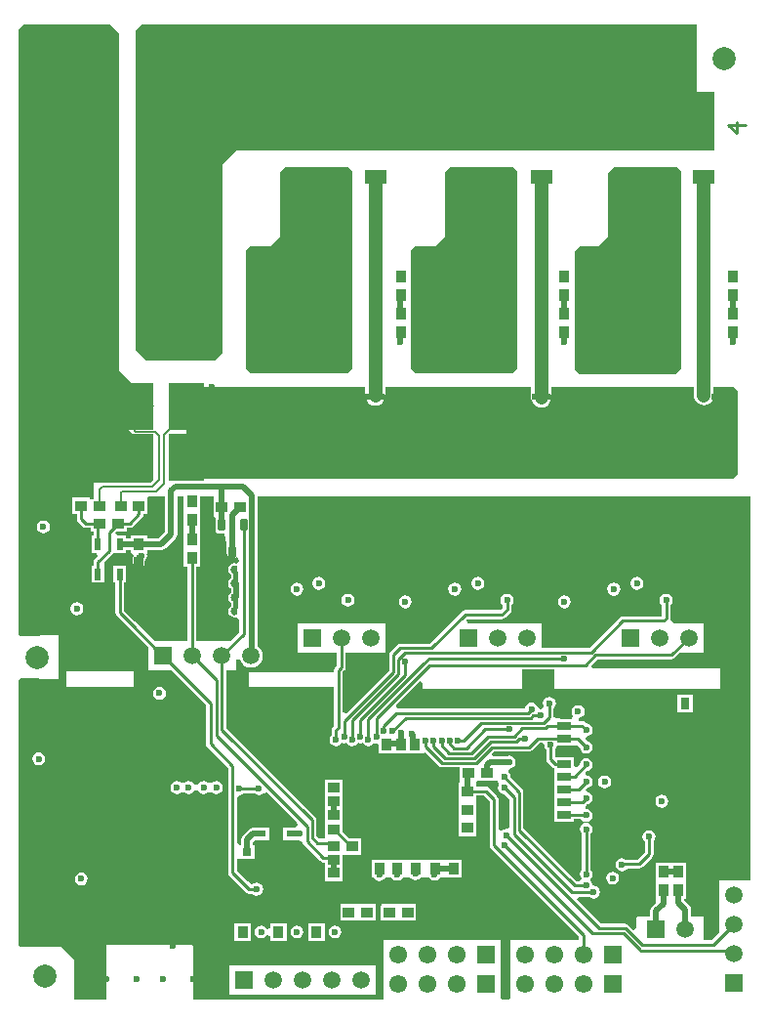
<source format=gbl>
%FSLAX44Y44*%
%MOMM*%
G71*
G01*
G75*
G04 Layer_Physical_Order=4*
G04 Layer_Color=16711680*
%ADD10R,1.0000X0.9500*%
%ADD11R,1.6002X1.2700*%
%ADD12R,2.2000X1.1000*%
%ADD13R,0.9500X1.0000*%
%ADD14R,0.6500X0.4000*%
%ADD15O,0.6000X1.9000*%
%ADD16R,2.2000X1.4000*%
%ADD17R,0.9000X1.4000*%
%ADD18R,1.0000X0.4000*%
%ADD19R,0.8000X0.8000*%
%ADD20R,0.4000X1.4000*%
%ADD21R,2.3000X1.9000*%
%ADD22R,1.8000X1.9000*%
%ADD23R,1.1500X1.4000*%
%ADD24R,0.6000X1.2000*%
%ADD25R,0.8000X0.6000*%
%ADD26R,0.6000X0.8000*%
%ADD27R,0.5000X0.6000*%
%ADD28R,1.6000X3.9000*%
%ADD29R,2.1000X5.8000*%
%ADD30R,1.0000X0.6000*%
G04:AMPARAMS|DCode=31|XSize=1.05mm|YSize=3.82mm|CornerRadius=0.0525mm|HoleSize=0mm|Usage=FLASHONLY|Rotation=180.000|XOffset=0mm|YOffset=0mm|HoleType=Round|Shape=RoundedRectangle|*
%AMROUNDEDRECTD31*
21,1,1.0500,3.7150,0,0,180.0*
21,1,0.9450,3.8200,0,0,180.0*
1,1,0.1050,-0.4725,1.8575*
1,1,0.1050,0.4725,1.8575*
1,1,0.1050,0.4725,-1.8575*
1,1,0.1050,-0.4725,-1.8575*
%
%ADD31ROUNDEDRECTD31*%
G04:AMPARAMS|DCode=32|XSize=7.48mm|YSize=8.55mm|CornerRadius=0.0374mm|HoleSize=0mm|Usage=FLASHONLY|Rotation=90.000|XOffset=0mm|YOffset=0mm|HoleType=Round|Shape=RoundedRectangle|*
%AMROUNDEDRECTD32*
21,1,7.4800,8.4752,0,0,90.0*
21,1,7.4052,8.5500,0,0,90.0*
1,1,0.0748,4.2376,3.7026*
1,1,0.0748,4.2376,-3.7026*
1,1,0.0748,-4.2376,-3.7026*
1,1,0.0748,-4.2376,3.7026*
%
%ADD32ROUNDEDRECTD32*%
G04:AMPARAMS|DCode=33|XSize=0.6mm|YSize=1mm|CornerRadius=0.15mm|HoleSize=0mm|Usage=FLASHONLY|Rotation=90.000|XOffset=0mm|YOffset=0mm|HoleType=Round|Shape=RoundedRectangle|*
%AMROUNDEDRECTD33*
21,1,0.6000,0.7000,0,0,90.0*
21,1,0.3000,1.0000,0,0,90.0*
1,1,0.3000,0.3500,0.1500*
1,1,0.3000,0.3500,-0.1500*
1,1,0.3000,-0.3500,-0.1500*
1,1,0.3000,-0.3500,0.1500*
%
%ADD33ROUNDEDRECTD33*%
%ADD34R,1.8500X1.3000*%
%ADD35R,1.3000X1.8500*%
%ADD36O,1.6500X0.3000*%
%ADD37O,0.3000X1.6500*%
%ADD38R,7.0000X7.0000*%
%ADD39C,0.2500*%
%ADD40C,0.5000*%
%ADD41C,0.8000*%
%ADD42C,0.3500*%
%ADD43C,1.2000*%
%ADD44C,0.2540*%
%ADD45C,0.2032*%
%ADD46C,0.4000*%
%ADD47C,0.6000*%
%ADD48C,1.0000*%
%ADD49C,0.7500*%
%ADD50C,0.7620*%
%ADD51C,1.1000*%
%ADD52C,1.0160*%
%ADD53R,1.5500X1.5500*%
%ADD54C,1.5500*%
%ADD55C,1.5000*%
%ADD56R,1.5000X1.5000*%
%ADD57C,0.7000*%
%ADD58R,0.7000X0.7000*%
%ADD59R,1.5000X1.5000*%
%ADD60C,2.0000*%
G04:AMPARAMS|DCode=61|XSize=1.55mm|YSize=1.55mm|CornerRadius=0.0465mm|HoleSize=0mm|Usage=FLASHONLY|Rotation=180.000|XOffset=0mm|YOffset=0mm|HoleType=Round|Shape=RoundedRectangle|*
%AMROUNDEDRECTD61*
21,1,1.5500,1.4570,0,0,180.0*
21,1,1.4570,1.5500,0,0,180.0*
1,1,0.0930,-0.7285,0.7285*
1,1,0.0930,0.7285,0.7285*
1,1,0.0930,0.7285,-0.7285*
1,1,0.0930,-0.7285,-0.7285*
%
%ADD61ROUNDEDRECTD61*%
%ADD62C,0.6000*%
%ADD63C,5.0000*%
%ADD64R,1.9000X1.3000*%
%ADD65R,2.8000X1.0000*%
%ADD66R,0.8000X1.0000*%
%ADD67R,1.2000X0.7000*%
%ADD68R,1.2000X1.0000*%
%ADD69R,0.6000X1.0000*%
G04:AMPARAMS|DCode=70|XSize=0.6mm|YSize=1mm|CornerRadius=0.051mm|HoleSize=0mm|Usage=FLASHONLY|Rotation=180.000|XOffset=0mm|YOffset=0mm|HoleType=Round|Shape=RoundedRectangle|*
%AMROUNDEDRECTD70*
21,1,0.6000,0.8980,0,0,180.0*
21,1,0.4980,1.0000,0,0,180.0*
1,1,0.1020,-0.2490,0.4490*
1,1,0.1020,0.2490,0.4490*
1,1,0.1020,0.2490,-0.4490*
1,1,0.1020,-0.2490,-0.4490*
%
%ADD70ROUNDEDRECTD70*%
G04:AMPARAMS|DCode=71|XSize=3.1mm|YSize=4mm|CornerRadius=0.0465mm|HoleSize=0mm|Usage=FLASHONLY|Rotation=180.000|XOffset=0mm|YOffset=0mm|HoleType=Round|Shape=RoundedRectangle|*
%AMROUNDEDRECTD71*
21,1,3.1000,3.9070,0,0,180.0*
21,1,3.0070,4.0000,0,0,180.0*
1,1,0.0930,-1.5035,1.9535*
1,1,0.0930,1.5035,1.9535*
1,1,0.0930,1.5035,-1.9535*
1,1,0.0930,-1.5035,-1.9535*
%
%ADD71ROUNDEDRECTD71*%
%ADD72R,2.1590X2.7430*%
G36*
X743654Y913089D02*
X743654D01*
Y898589D01*
X743697D01*
X745600Y896270D01*
X745402Y895272D01*
Y886292D01*
X745635Y885118D01*
X746301Y884122D01*
X747296Y883457D01*
X748471Y883223D01*
X753450D01*
X755363Y873610D01*
Y866782D01*
X755751Y864831D01*
X756856Y863177D01*
X758510Y862072D01*
X760461Y861684D01*
X762411Y862072D01*
X763491Y862794D01*
X764865Y862059D01*
X765594Y859149D01*
X765027Y858301D01*
X763818Y857309D01*
X762154Y857640D01*
X760008Y857213D01*
X758189Y855997D01*
X756973Y854178D01*
X756546Y852032D01*
X756973Y849886D01*
X758189Y848067D01*
X758989Y847532D01*
Y844532D01*
X758189Y843997D01*
X756973Y842178D01*
X756546Y840032D01*
X756973Y837886D01*
X758189Y836067D01*
X758989Y835532D01*
Y832532D01*
X758189Y831997D01*
X756973Y830178D01*
X756546Y828032D01*
X756973Y825886D01*
X758189Y824067D01*
X758989Y823532D01*
Y820532D01*
X758189Y819997D01*
X756973Y818178D01*
X756546Y816032D01*
X756973Y813886D01*
X758189Y812067D01*
X760008Y810851D01*
X762154Y810424D01*
X763818Y810755D01*
X765027Y809763D01*
X766137Y808102D01*
Y797622D01*
X758249Y789734D01*
X728977D01*
Y854532D01*
X732404D01*
Y868411D01*
X732404Y868411D01*
D01*
D01*
X732404Y869532D01*
Y869650D01*
Y870032D01*
X732404Y870532D01*
X732404Y871653D01*
X732404Y871653D01*
X732404D01*
Y885532D01*
D01*
Y885532D01*
X732404Y885532D01*
Y887532D01*
X732404D01*
Y901411D01*
X732404Y901411D01*
D01*
D01*
X732404Y902532D01*
Y902650D01*
Y903032D01*
X732404Y903532D01*
X732404Y904653D01*
X732404Y904653D01*
X732404D01*
Y915396D01*
X743654D01*
Y913089D01*
D02*
G37*
G36*
X654203Y1324032D02*
X661545Y1316606D01*
X661554Y1316597D01*
Y1024379D01*
Y1024278D01*
X691960Y993528D01*
X691754Y993320D01*
Y974899D01*
X677955D01*
X676029Y976825D01*
X674866Y977602D01*
X673494Y977875D01*
X672122Y977602D01*
X670959Y976825D01*
X670182Y975662D01*
X669909Y974290D01*
X670182Y972919D01*
X670959Y971756D01*
X673936Y968779D01*
X675099Y968002D01*
X676470Y967729D01*
X691754D01*
Y929976D01*
X688889Y927111D01*
X647648D01*
X647244Y927031D01*
X640153D01*
Y912932D01*
X636653D01*
Y914281D01*
X621653D01*
Y912932D01*
Y899781D01*
X625330D01*
Y896032D01*
X625330Y896032D01*
X625330D01*
X625620Y894568D01*
X626449Y893328D01*
X630450Y889327D01*
X631691Y888498D01*
X633154Y888207D01*
X637653D01*
Y884781D01*
X639829D01*
Y881531D01*
X638153D01*
Y866531D01*
X642326D01*
X643474Y863759D01*
X640949Y861234D01*
X640120Y859994D01*
X639829Y858531D01*
Y855531D01*
X638153D01*
Y840531D01*
X649153D01*
Y855531D01*
X649153D01*
X649153Y858624D01*
X655856Y865327D01*
X656685Y866567D01*
D01*
X656697Y866575D01*
X657153Y866531D01*
X657153Y866531D01*
X664518Y866531D01*
X664518Y866531D01*
Y866531D01*
X668153D01*
Y868933D01*
X671903D01*
Y866531D01*
X673131D01*
X674545Y863885D01*
X674443Y863732D01*
X674055Y861781D01*
Y858031D01*
X674443Y856080D01*
X675548Y854426D01*
X677202Y853321D01*
X679153Y852933D01*
X681104Y853321D01*
X682758Y854426D01*
X683863Y856080D01*
X684251Y858031D01*
Y859669D01*
X684759Y860177D01*
X685864Y861831D01*
X686252Y863782D01*
X685864Y865733D01*
X686290Y866531D01*
X686403D01*
Y868933D01*
X698615D01*
X700566Y869321D01*
X702220Y870426D01*
X710759Y878964D01*
X711864Y880618D01*
X712252Y882569D01*
Y915396D01*
X717904D01*
Y904653D01*
X717904Y904653D01*
X717904D01*
X717904Y903532D01*
Y902532D01*
D01*
D01*
D01*
X717904D01*
D01*
Y887532D01*
X717904Y887532D01*
X717904Y885532D01*
X717904D01*
Y871653D01*
X717904Y871653D01*
X717904D01*
X717904Y870532D01*
Y869532D01*
D01*
D01*
X717904D01*
Y854532D01*
X721331D01*
Y789734D01*
X692859D01*
X675358Y807236D01*
X666476Y816117D01*
Y840531D01*
X668153D01*
Y855531D01*
X657153D01*
Y840531D01*
X658829D01*
Y814533D01*
X658829Y814533D01*
X658829D01*
X659120Y813070D01*
X659949Y811830D01*
X669950Y801828D01*
X687454Y784325D01*
Y764332D01*
X707447D01*
X737331Y734448D01*
Y701060D01*
X737330Y701060D01*
X737331D01*
X737622Y699597D01*
X738450Y698356D01*
X756637Y680170D01*
Y589032D01*
X756637Y589032D01*
X756637D01*
X756928Y587569D01*
X757757Y586328D01*
X771757Y572328D01*
X772997Y571500D01*
X774461Y571209D01*
X777094D01*
X777189Y571067D01*
X779008Y569851D01*
X781154Y569424D01*
X783300Y569851D01*
X785119Y571067D01*
X786335Y572886D01*
X786762Y575032D01*
X786335Y577178D01*
X785119Y578997D01*
X783300Y580213D01*
X781154Y580640D01*
X779008Y580213D01*
X777189Y578997D01*
X773313Y581587D01*
X764284Y590616D01*
Y601382D01*
X767154D01*
Y601382D01*
X779154D01*
Y613382D01*
X778252D01*
Y615920D01*
X779864Y617532D01*
X792154D01*
Y628532D01*
X779154D01*
Y628130D01*
X778154D01*
X776203Y627742D01*
X774549Y626637D01*
X769549Y621637D01*
X768444Y619983D01*
X768056Y618032D01*
Y613382D01*
X767154Y613382D01*
Y613382D01*
X766405D01*
X764284Y615503D01*
Y654890D01*
X766154Y656424D01*
X768300Y656851D01*
X770119Y658067D01*
X770214Y658209D01*
X779094D01*
X779189Y658067D01*
X781008Y656851D01*
X783154Y656424D01*
X785300Y656851D01*
X787119Y658067D01*
X787309Y658350D01*
X790294Y658644D01*
X816324Y632615D01*
X816675Y630851D01*
X814771Y628532D01*
X804154D01*
Y617532D01*
X817154D01*
Y617532D01*
X817243Y617605D01*
X818154Y617424D01*
X818154Y617424D01*
X818154Y617424D01*
X819665Y616843D01*
X821143Y615856D01*
X821344Y614847D01*
X822172Y613606D01*
X836450Y599328D01*
X837691Y598500D01*
X839154Y598209D01*
X840654D01*
Y593463D01*
X840654D01*
Y581782D01*
X855654D01*
Y596282D01*
X855654D01*
Y604782D01*
X855654Y604782D01*
X856654D01*
Y604782D01*
X871654D01*
Y619282D01*
X861311D01*
X855654Y624939D01*
Y631782D01*
X855654D01*
Y643782D01*
Y655782D01*
Y670282D01*
X840654D01*
Y655782D01*
Y643782D01*
Y634282D01*
X840654D01*
Y619782D01*
X840654D01*
Y619702D01*
Y619782D01*
D01*
D01*
D01*
Y619782D01*
Y619282D01*
X840654Y618855D01*
X835738D01*
X832977Y621616D01*
Y635032D01*
X832686Y636495D01*
X831858Y637736D01*
X754777Y714816D01*
Y764332D01*
X763654D01*
Y774032D01*
X766611Y774421D01*
X767619Y771989D01*
X769222Y769900D01*
X771311Y768297D01*
X773744Y767289D01*
X776354Y766946D01*
X778964Y767289D01*
X781397Y768297D01*
X783486Y769900D01*
X785089Y771989D01*
X786097Y774421D01*
X786440Y777032D01*
X786097Y779642D01*
X785089Y782075D01*
X783486Y784164D01*
X782337Y785046D01*
Y915396D01*
X1209839D01*
Y582932D01*
X1207854D01*
Y582932D01*
X1182454D01*
Y537539D01*
X1175693Y530778D01*
X1168744D01*
Y551132D01*
X1158242D01*
Y557032D01*
X1157854Y558983D01*
X1156749Y560637D01*
X1151842Y565544D01*
Y566532D01*
X1153994D01*
Y580411D01*
X1153994Y580411D01*
D01*
D01*
X1153994Y581532D01*
Y581650D01*
Y582032D01*
X1153994Y582532D01*
X1153994Y583653D01*
X1153994Y583653D01*
X1153994D01*
Y597532D01*
X1127144D01*
Y583653D01*
X1127144Y583653D01*
X1127144D01*
X1127144Y582532D01*
Y581532D01*
D01*
D01*
X1127144D01*
Y566532D01*
X1127144D01*
X1127144Y562642D01*
X1124139Y559637D01*
X1123034Y557983D01*
X1122646Y556032D01*
Y551132D01*
X1111086D01*
X1110744Y550790D01*
Y540970D01*
X1107972Y539822D01*
X1103659Y544136D01*
X1102419Y544964D01*
X1100956Y545255D01*
X1080020D01*
X1059367Y565909D01*
X1060515Y568680D01*
X1069566D01*
X1069661Y568539D01*
X1071480Y567323D01*
X1073626Y566896D01*
X1075772Y567323D01*
X1077591Y568539D01*
X1078807Y570358D01*
X1079234Y572504D01*
X1078807Y574650D01*
X1077591Y576469D01*
X1075772Y577685D01*
X1075772D01*
X1073626Y578112D01*
D01*
D01*
D01*
X1073626Y578112D01*
D01*
D01*
D01*
X1072762Y578032D01*
X1072762D01*
X1072762Y578032D01*
X1072335Y580178D01*
X1071925Y580792D01*
X1071924Y580792D01*
X1071412Y581559D01*
X1071119Y581997D01*
Y584067D01*
X1072335Y585886D01*
X1072762Y588032D01*
X1072335Y590178D01*
X1071119Y591997D01*
X1070977Y592092D01*
Y622972D01*
X1071119Y623067D01*
X1072335Y624886D01*
X1072762Y627032D01*
X1072335Y629178D01*
X1071119Y630997D01*
X1069300Y632213D01*
X1067154Y632640D01*
X1065008Y632213D01*
X1063189Y630997D01*
X1061973Y629178D01*
X1061546Y627032D01*
X1061973Y624886D01*
X1063189Y623067D01*
X1063331Y622972D01*
Y592092D01*
X1063189Y591997D01*
X1061973Y590178D01*
X1061546Y588032D01*
X1061973Y585886D01*
X1062898Y584501D01*
X1061484Y581855D01*
X1058738D01*
X1012755Y627838D01*
Y659254D01*
X1012464Y660717D01*
X1011636Y661958D01*
X1001729Y671865D01*
X1001762Y672032D01*
X1001335Y674178D01*
X1000119Y675997D01*
X999548Y676379D01*
X1000154Y679424D01*
X1002300Y679851D01*
X1004119Y681067D01*
X1005335Y682886D01*
X1005762Y685032D01*
X1005335Y687178D01*
X1004119Y688997D01*
X1002300Y690213D01*
X1000154Y690640D01*
X998008Y690213D01*
X997884Y690130D01*
X986551D01*
X985403Y692902D01*
X986738Y694237D01*
X1017154D01*
X1018617Y694528D01*
X1019858Y695356D01*
X1026394Y701893D01*
X1029390Y701745D01*
X1030796Y700032D01*
X1031223Y697886D01*
X1032439Y696067D01*
X1032581Y695972D01*
Y687532D01*
X1032872Y686069D01*
X1033700Y684828D01*
X1037500Y681028D01*
X1038741Y680200D01*
X1039454Y680058D01*
Y677732D01*
Y666732D01*
Y655732D01*
Y644732D01*
Y633732D01*
X1056454D01*
Y635909D01*
X1062626D01*
X1063189Y635067D01*
X1065008Y633851D01*
X1067154Y633424D01*
X1069300Y633851D01*
X1071119Y635067D01*
X1072335Y636886D01*
X1072762Y639032D01*
X1072335Y641178D01*
X1071119Y642997D01*
X1069300Y644213D01*
X1067154Y644640D01*
X1066625Y644534D01*
X1066460Y644933D01*
X1067154Y648424D01*
X1069300Y648851D01*
X1071119Y650067D01*
X1072335Y651886D01*
X1072762Y654032D01*
X1072335Y656178D01*
X1071119Y657997D01*
X1069300Y659213D01*
X1067154Y659640D01*
X1066818Y661331D01*
X1066877Y661032D01*
X1067154Y662424D01*
X1069300Y662851D01*
X1071119Y664067D01*
X1072335Y665886D01*
X1072762Y668032D01*
X1072335Y670178D01*
X1071119Y671997D01*
X1069300Y673213D01*
X1067154Y673640D01*
X1066755Y675648D01*
X1066778Y675532D01*
X1067154Y677424D01*
X1069300Y677851D01*
X1071119Y679067D01*
X1072335Y680886D01*
X1072762Y683032D01*
X1072335Y685178D01*
X1071119Y686997D01*
X1069300Y688213D01*
X1067154Y688640D01*
X1065008Y688213D01*
X1063189Y686997D01*
X1061973Y685178D01*
X1061546Y683032D01*
X1061580Y682865D01*
X1059226Y680511D01*
X1056454Y681659D01*
Y689732D01*
X1040228D01*
Y695972D01*
X1040369Y696067D01*
X1041585Y697886D01*
X1041952Y699732D01*
X1056454D01*
Y699732D01*
X1060047Y699732D01*
X1061580Y698199D01*
X1061546Y698032D01*
X1061973Y695886D01*
X1063189Y694067D01*
X1065008Y692851D01*
X1067154Y692424D01*
X1069300Y692851D01*
X1071119Y694067D01*
X1072335Y695886D01*
X1072762Y698032D01*
X1072335Y700178D01*
X1071119Y701997D01*
X1069300Y703213D01*
X1067154Y703640D01*
X1066778Y705532D01*
X1067154Y707424D01*
X1069300Y707851D01*
X1071119Y709067D01*
X1072335Y710886D01*
X1072762Y713032D01*
X1072335Y715178D01*
X1071119Y716997D01*
X1069300Y718213D01*
X1067154Y718640D01*
X1066987Y718606D01*
X1066158Y719436D01*
X1064917Y720264D01*
X1063454Y720555D01*
X1061035D01*
X1060741Y723541D01*
X1062300Y723851D01*
X1064119Y725067D01*
X1065335Y726886D01*
X1065762Y729032D01*
X1065335Y731178D01*
X1064119Y732997D01*
X1062300Y734213D01*
X1060154Y734640D01*
X1058008Y734213D01*
X1056189Y732997D01*
X1054973Y731178D01*
X1054546Y729032D01*
X1054973Y726886D01*
X1055981Y725378D01*
X1054567Y722732D01*
X1046770D01*
X1038977Y724282D01*
Y731972D01*
X1039119Y732067D01*
X1040335Y733886D01*
X1040762Y736032D01*
X1040335Y738178D01*
X1039119Y739997D01*
X1037300Y741213D01*
X1035154Y741640D01*
X1033008Y741213D01*
X1031189Y739997D01*
X1029973Y738178D01*
X1029546Y736032D01*
X1029973Y733886D01*
X1030267Y733446D01*
X1028917Y731426D01*
X1027654Y731140D01*
X1027654Y731140D01*
Y731140D01*
X1027447Y731099D01*
X1024953Y732765D01*
X1024835Y733358D01*
X1023619Y735177D01*
X1021800Y736393D01*
X1019654Y736820D01*
X1017508Y736393D01*
X1015689Y735177D01*
X1014473Y733358D01*
X1014136Y731661D01*
X903110D01*
X901962Y734433D01*
X922632Y755103D01*
X925404Y753955D01*
Y749032D01*
X1011154D01*
Y765209D01*
X1039875D01*
X1039904Y748932D01*
X1183154D01*
Y766032D01*
X1072756D01*
X1071608Y768804D01*
X1077013Y774209D01*
X1140954D01*
X1142417Y774500D01*
X1143658Y775328D01*
X1143658Y775328D01*
X1143658Y775328D01*
X1148661Y780332D01*
X1168655D01*
Y805732D01*
X1168653Y805734D01*
X1143266D01*
X1140448Y807617D01*
X1140090Y808053D01*
X1140348Y809350D01*
Y821486D01*
X1140469Y821567D01*
X1141685Y823386D01*
X1142112Y825532D01*
X1141685Y827678D01*
X1140469Y829497D01*
X1138650Y830713D01*
X1136504Y831140D01*
X1134358Y830713D01*
X1132539Y829497D01*
X1131323Y827678D01*
X1130896Y825532D01*
X1131323Y823386D01*
X1132539Y821567D01*
X1132660Y821486D01*
Y811376D01*
X1098851D01*
X1097380Y811083D01*
X1096133Y810250D01*
X1096133Y810250D01*
X1069759Y783876D01*
X1028654D01*
Y805732D01*
X1028652Y805734D01*
X964259D01*
X963111Y808505D01*
X963746Y809140D01*
X994106D01*
X994106Y809140D01*
X995333Y809384D01*
X995577Y809433D01*
X996824Y810266D01*
X1001222Y814664D01*
X1001222Y814664D01*
X1001222Y814664D01*
X1002055Y815911D01*
X1002104Y816155D01*
X1002348Y817382D01*
X1002348Y817382D01*
Y821486D01*
X1002469Y821567D01*
X1003685Y823386D01*
X1004112Y825532D01*
X1003685Y827678D01*
X1002469Y829497D01*
X1000650Y830713D01*
X998504Y831140D01*
X996358Y830713D01*
X994539Y829497D01*
X993323Y827678D01*
X992896Y825532D01*
X993323Y823386D01*
X994539Y821567D01*
X994660Y821486D01*
Y818974D01*
X992514Y816828D01*
X962154D01*
X962154Y816828D01*
X960927Y816584D01*
X960683Y816535D01*
X959436Y815702D01*
X931610Y787876D01*
X905836D01*
X905836Y787876D01*
X904609Y787632D01*
X904365Y787583D01*
X903118Y786750D01*
X897118Y780750D01*
X896285Y779503D01*
X896236Y779259D01*
X895992Y778032D01*
X895992Y778032D01*
Y764663D01*
X858749Y727420D01*
X855977Y728568D01*
Y763448D01*
X857258Y764728D01*
X858086Y765969D01*
X858377Y767432D01*
Y780332D01*
X892654D01*
Y805732D01*
X892652Y805734D01*
X816456D01*
X816454Y805732D01*
Y780332D01*
X850731D01*
Y769016D01*
X849450Y767736D01*
X848622Y766495D01*
X848331Y765032D01*
Y763032D01*
X774154D01*
Y750032D01*
X848331D01*
Y716366D01*
X847450Y715486D01*
X846622Y714245D01*
X846331Y712782D01*
Y708592D01*
X846189Y708497D01*
X844973Y706678D01*
X844546Y704532D01*
X844973Y702386D01*
X846189Y700567D01*
X848008Y699351D01*
X850154Y698924D01*
X852300Y699351D01*
X854119Y700567D01*
X854973Y701844D01*
X855008Y701851D01*
Y701851D01*
X855008Y701851D01*
X857154Y701424D01*
X859300Y701851D01*
X859300Y701851D01*
X859300Y701851D01*
X859335Y701844D01*
X860188Y700567D01*
X862007Y699351D01*
X864153Y698924D01*
X866299Y699351D01*
X868119Y700567D01*
X868987Y701865D01*
X869008Y701851D01*
X871154Y701424D01*
X873300Y701851D01*
X873300Y701851D01*
X873300Y701851D01*
X873335Y701844D01*
X874188Y700567D01*
X876007Y699351D01*
X878153Y698924D01*
X880299Y699351D01*
X882119Y700567D01*
X882323Y700872D01*
X885290Y701312D01*
X886904Y699988D01*
Y692532D01*
X925404D01*
X925404Y692532D01*
Y692532D01*
X927839Y693540D01*
X939606Y681772D01*
X940847Y680944D01*
X942310Y680653D01*
X957654D01*
Y668782D01*
X957654D01*
Y668282D01*
X956654Y667282D01*
X956654D01*
Y653403D01*
X956654Y653403D01*
X956654D01*
X956654Y652782D01*
X956654Y651282D01*
D01*
D01*
D01*
D01*
X956654D01*
Y637403D01*
X956654Y637403D01*
X956654D01*
X956654Y636782D01*
Y635282D01*
D01*
D01*
D01*
D01*
X956654D01*
Y620782D01*
X971654D01*
Y634661D01*
X971654Y634661D01*
D01*
D01*
X971654Y635282D01*
Y635547D01*
Y636032D01*
Y636228D01*
Y636782D01*
X971654Y637231D01*
X971654Y637403D01*
X971654Y637403D01*
X971654D01*
Y650661D01*
X971654Y650661D01*
D01*
D01*
X971654Y651282D01*
Y651464D01*
X971654Y652782D01*
X971654Y653231D01*
X971654Y653403D01*
X971654Y653403D01*
X971654D01*
Y656208D01*
X978320D01*
X983331Y651198D01*
Y613293D01*
X983331Y613293D01*
X983331D01*
X983622Y611830D01*
X984450Y610589D01*
X1061031Y534009D01*
Y531032D01*
X1001354D01*
Y480632D01*
X1001354D01*
D01*
X1000068Y479347D01*
X994640D01*
X992954Y481032D01*
X992954Y481468D01*
X992954Y481468D01*
X992954D01*
Y531432D01*
X891354D01*
Y481468D01*
X891354Y481468D01*
X891354D01*
X891354Y480632D01*
X890068Y479347D01*
X726154D01*
Y526032D01*
X725654Y526532D01*
X651154D01*
Y479347D01*
X622521D01*
Y482290D01*
X622521Y514464D01*
X611831Y525154D01*
X583865D01*
X577817Y525260D01*
X577240Y524684D01*
X574468Y525832D01*
Y755844D01*
X576619Y757936D01*
X609154Y757032D01*
Y795032D01*
X576619Y794128D01*
X574468Y796220D01*
X574468Y912932D01*
Y1319927D01*
X578527Y1324032D01*
X654203D01*
Y1324032D01*
D02*
G37*
G36*
X988654Y668782D02*
X990199D01*
X991613Y666136D01*
X990973Y665178D01*
X990546Y663032D01*
X990973Y660886D01*
X992189Y659067D01*
X994008Y657851D01*
X996154Y657424D01*
X996321Y657458D01*
X1000831Y652948D01*
Y629298D01*
X998512Y627395D01*
X997974Y627502D01*
X995828Y627075D01*
X994009Y625859D01*
X993848Y625619D01*
X990977Y626490D01*
Y652782D01*
X990686Y654245D01*
X989858Y655486D01*
X982608Y662736D01*
X981367Y663564D01*
X979904Y663855D01*
X971654D01*
Y667282D01*
X971654D01*
Y667782D01*
X972654Y668782D01*
X972654D01*
D01*
D01*
X973654D01*
Y668782D01*
X988654D01*
Y668782D01*
D02*
G37*
G36*
X763420Y855309D02*
X763521D01*
X763618Y855279D01*
D01*
X764343Y855001D01*
Y855001D01*
D01*
X766137Y836779D01*
Y831284D01*
X764343Y813063D01*
X763618Y812785D01*
D01*
X763521Y812755D01*
X763420D01*
X762154Y812503D01*
X760804Y812772D01*
X759659Y813537D01*
X758894Y814682D01*
X758625Y816032D01*
X758894Y817382D01*
X759659Y818527D01*
X760122Y818837D01*
X760264Y818978D01*
X760431Y819090D01*
X760543Y819257D01*
X760685Y819399D01*
X760761Y819585D01*
X760873Y819752D01*
X760912Y819949D01*
X760989Y820134D01*
Y820335D01*
X761028Y820532D01*
Y823532D01*
X760989Y823729D01*
Y823930D01*
X760912Y824115D01*
X760873Y824312D01*
X760761Y824479D01*
X760685Y824665D01*
X760543Y824807D01*
X760431Y824974D01*
X760264Y825086D01*
X760122Y825228D01*
X759659Y825537D01*
X758894Y826682D01*
X758625Y828032D01*
X758894Y829382D01*
X759659Y830527D01*
X760122Y830836D01*
X760264Y830978D01*
X760431Y831090D01*
X760543Y831257D01*
X760685Y831399D01*
X760761Y831585D01*
X760873Y831752D01*
X760912Y831949D01*
X760989Y832134D01*
Y832335D01*
X761028Y832532D01*
Y835532D01*
X760989Y835729D01*
Y835930D01*
X760912Y836115D01*
X760873Y836312D01*
X760761Y836479D01*
X760685Y836665D01*
X760543Y836807D01*
X760431Y836974D01*
X760264Y837086D01*
X760122Y837227D01*
X759659Y837537D01*
X758894Y838682D01*
X758625Y840032D01*
X758894Y841382D01*
X759659Y842527D01*
X760122Y842837D01*
X760264Y842978D01*
X760431Y843090D01*
X760543Y843257D01*
X760685Y843399D01*
X760761Y843585D01*
X760873Y843752D01*
X760912Y843949D01*
X760989Y844134D01*
Y844335D01*
X761028Y844532D01*
Y847532D01*
X760989Y847729D01*
Y847930D01*
X760912Y848115D01*
X760873Y848312D01*
X760761Y848479D01*
X760685Y848665D01*
X760543Y848807D01*
X760431Y848974D01*
X760264Y849086D01*
X760122Y849228D01*
X759659Y849537D01*
X758894Y850682D01*
X758625Y852032D01*
X758894Y853382D01*
X759659Y854527D01*
X760804Y855292D01*
X762154Y855561D01*
X763420Y855309D01*
D02*
G37*
G36*
X702056Y884681D02*
X696504Y879129D01*
X686403D01*
Y881531D01*
X671903D01*
Y879129D01*
X668153D01*
Y881531D01*
X659980D01*
X658832Y884302D01*
X659310Y884781D01*
X668653D01*
Y888207D01*
X671153D01*
X672616Y888498D01*
X673857Y889327D01*
X681857Y897327D01*
X682685Y898567D01*
X682927Y899781D01*
X686653D01*
Y913275D01*
X686653Y913275D01*
D01*
D01*
X686653Y914281D01*
D01*
X687768Y915396D01*
X702056D01*
Y884681D01*
D02*
G37*
G36*
X1007154Y1197098D02*
Y1026087D01*
X1007031Y1025966D01*
X1003031Y1022032D01*
X919154D01*
X915198Y1025923D01*
Y1026009D01*
Y1128465D01*
X919154Y1132356D01*
X936169D01*
X944305Y1140358D01*
Y1186665D01*
Y1191295D01*
Y1194049D01*
Y1194372D01*
Y1194442D01*
Y1194541D01*
Y1195771D01*
X945654Y1197098D01*
X949654Y1201032D01*
X1003154D01*
X1007154Y1197098D01*
D02*
G37*
G36*
X1163154Y1266032D02*
X1178154D01*
Y1215532D01*
X1177960Y1215344D01*
X1094659D01*
X1094659Y1215344D01*
X813548D01*
X813457Y1215432D01*
X764894D01*
X764803Y1215344D01*
X764686D01*
X751995Y1203032D01*
Y1041032D01*
X751995Y1041032D01*
X751995Y1041032D01*
X751995Y1039910D01*
X744905Y1033032D01*
X685356D01*
X676154Y1041958D01*
Y1043032D01*
Y1319287D01*
X676170Y1319302D01*
X681489Y1324462D01*
Y1324718D01*
X1163154D01*
Y1266032D01*
D02*
G37*
G36*
X864154Y1197098D02*
Y1026087D01*
X864031Y1025966D01*
X860031Y1022032D01*
X776154D01*
X772197Y1025923D01*
Y1026009D01*
Y1128465D01*
X776154Y1132356D01*
X793169D01*
X801305Y1140358D01*
Y1186665D01*
Y1191295D01*
Y1194049D01*
Y1194372D01*
Y1194442D01*
Y1194541D01*
Y1195771D01*
X802654Y1197098D01*
X806654Y1201032D01*
X860154D01*
X864154Y1197098D01*
D02*
G37*
G36*
X1198954Y1006409D02*
Y934894D01*
Y934598D01*
X1195154Y930926D01*
X1195048Y931028D01*
X720205D01*
Y931030D01*
X720154Y931079D01*
Y975447D01*
X723754D01*
X725126Y975720D01*
X726289Y976497D01*
X727066Y977660D01*
X727339Y979032D01*
X727066Y980404D01*
X726289Y981567D01*
X725126Y982344D01*
X723754Y982617D01*
X720154D01*
Y1009716D01*
X720381Y1009812D01*
Y1009812D01*
X720382Y1009812D01*
X875581D01*
Y1002332D01*
X875873Y1000113D01*
X876729Y998045D01*
X878092Y996270D01*
X879867Y994907D01*
X881935Y994051D01*
X884154Y993759D01*
X886373Y994051D01*
X888441Y994907D01*
X890216Y996270D01*
X891579Y998045D01*
X892435Y1000113D01*
X892727Y1002332D01*
Y1009812D01*
X1019581D01*
Y1000832D01*
X1019873Y998613D01*
X1020729Y996545D01*
X1022092Y994770D01*
X1023867Y993407D01*
X1025935Y992551D01*
X1028154Y992259D01*
X1030373Y992551D01*
X1032441Y993407D01*
X1034216Y994770D01*
X1035579Y996545D01*
X1036435Y998613D01*
X1036727Y1000832D01*
Y1009812D01*
X1160581D01*
Y1003284D01*
X1160873Y1001065D01*
X1161729Y998998D01*
X1163092Y997222D01*
X1163344Y996970D01*
X1165120Y995607D01*
X1167187Y994751D01*
X1169406Y994459D01*
X1171625Y994751D01*
X1173693Y995607D01*
X1175469Y996970D01*
X1176831Y998745D01*
X1177688Y1000813D01*
X1177980Y1003032D01*
X1177727Y1004948D01*
Y1009812D01*
X1195433D01*
X1198954Y1006409D01*
D02*
G37*
G36*
X1149154Y1197089D02*
Y1025713D01*
X1149031Y1025592D01*
X1145031Y1021650D01*
X1061154D01*
X1057197Y1025549D01*
Y1025635D01*
Y1128310D01*
X1061154Y1132209D01*
X1078169D01*
X1086305Y1140228D01*
Y1186635D01*
Y1191274D01*
Y1194034D01*
Y1194358D01*
Y1194428D01*
Y1194527D01*
Y1195760D01*
X1087654Y1197089D01*
X1091654Y1201032D01*
X1145154D01*
X1149154Y1197089D01*
D02*
G37*
%LPC*%
G36*
X943404Y600532D02*
Y600532D01*
X928904D01*
D01*
D01*
X928904Y600532D01*
X926404D01*
Y600532D01*
X912525D01*
X912525Y600532D01*
Y600532D01*
X911904Y600532D01*
X911154D01*
X910404D01*
X909783Y600532D01*
X909783Y600532D01*
Y600532D01*
X897525D01*
X897525Y600532D01*
Y600532D01*
X895904Y600532D01*
X895654D01*
X895404D01*
X893783Y600532D01*
X893783Y600532D01*
Y600532D01*
X880904D01*
Y585532D01*
X882444D01*
X882473Y585386D01*
X883689Y583567D01*
X885508Y582351D01*
X887654Y581924D01*
X889800Y582351D01*
X891619Y583567D01*
X892835Y585386D01*
X892864Y585532D01*
X895404D01*
Y585532D01*
X895904D01*
X897525Y585532D01*
X897525Y585532D01*
Y585532D01*
X898210D01*
X899189Y584067D01*
X901008Y582851D01*
X903154Y582424D01*
X905300Y582851D01*
X907119Y584067D01*
X908098Y585532D01*
X910404D01*
Y585532D01*
X911904D01*
X912525Y585532D01*
X912525Y585532D01*
Y585532D01*
X914544D01*
X915189Y584567D01*
X917008Y583351D01*
X919154Y582924D01*
X921300Y583351D01*
X923119Y584567D01*
X923764Y585532D01*
X926404D01*
Y585532D01*
X926404D01*
X926404Y585532D01*
X928904D01*
Y585532D01*
X930710D01*
X931689Y584067D01*
X933508Y582851D01*
X935654Y582424D01*
X937800Y582851D01*
X939619Y584067D01*
X940598Y585532D01*
X943404D01*
Y585532D01*
X943404D01*
X943404Y585532D01*
X944904D01*
Y585532D01*
X959404D01*
Y600532D01*
X944904D01*
D01*
D01*
X944904Y600532D01*
X943404D01*
D02*
G37*
G36*
X1090154Y590140D02*
X1088008Y589713D01*
X1086189Y588497D01*
X1084973Y586678D01*
X1084546Y584532D01*
X1084973Y582386D01*
X1086189Y580567D01*
X1088008Y579351D01*
X1090154Y578924D01*
X1092300Y579351D01*
X1094119Y580567D01*
X1095335Y582386D01*
X1095762Y584532D01*
X1095335Y586678D01*
X1094119Y588497D01*
X1092300Y589713D01*
X1090154Y590140D01*
D02*
G37*
G36*
X1121694Y626140D02*
X1119548Y625713D01*
X1117729Y624497D01*
X1116513Y622678D01*
X1116086Y620532D01*
X1116513Y618386D01*
X1117729Y616567D01*
X1117871Y616472D01*
Y606816D01*
X1111910Y600855D01*
X1101209D01*
X1100300Y601463D01*
X1098154Y601890D01*
X1096008Y601463D01*
X1094189Y600247D01*
X1092973Y598428D01*
X1092546Y596282D01*
X1092973Y594136D01*
X1094189Y592317D01*
X1096008Y591101D01*
X1098154Y590674D01*
X1100300Y591101D01*
X1102119Y592317D01*
X1102715Y593209D01*
X1113494D01*
X1114957Y593500D01*
X1116198Y594328D01*
X1116198Y594328D01*
X1116198Y594328D01*
X1124398Y602528D01*
X1125226Y603769D01*
X1125517Y605232D01*
X1125518Y605232D01*
X1125517Y605232D01*
Y605232D01*
Y616472D01*
X1125659Y616567D01*
X1126875Y618386D01*
X1127302Y620532D01*
X1126875Y622678D01*
X1125659Y624497D01*
X1123840Y625713D01*
X1121694Y626140D01*
D02*
G37*
G36*
X746154Y668640D02*
X744008Y668213D01*
X742189Y666997D01*
X742154Y666945D01*
X739154D01*
X739119Y666997D01*
X737300Y668213D01*
X735154Y668640D01*
X733008Y668213D01*
X731189Y666997D01*
X730154Y665449D01*
X727154D01*
X726119Y666997D01*
X724300Y668213D01*
X722154Y668640D01*
X720008Y668213D01*
X718189Y666997D01*
X716119D01*
X714300Y668213D01*
X712154Y668640D01*
X710008Y668213D01*
X708189Y666997D01*
X706973Y665178D01*
X706546Y663032D01*
X706973Y660886D01*
X708189Y659067D01*
X710008Y657851D01*
X712154Y657424D01*
X714300Y657851D01*
X716119Y659067D01*
X718189D01*
X720008Y657851D01*
X722154Y657424D01*
X724300Y657851D01*
X726119Y659067D01*
X727154Y660615D01*
X730154D01*
X731189Y659067D01*
X733008Y657851D01*
X735154Y657424D01*
X737300Y657851D01*
X739119Y659067D01*
X739154Y659119D01*
X742154D01*
X742189Y659067D01*
X744008Y657851D01*
X746154Y657424D01*
X748300Y657851D01*
X750119Y659067D01*
X751335Y660886D01*
X751762Y663032D01*
X751335Y665178D01*
X750119Y666997D01*
X748300Y668213D01*
X746154Y668640D01*
D02*
G37*
G36*
X1083154Y673640D02*
X1081008Y673213D01*
X1079189Y671997D01*
X1077973Y670178D01*
X1077546Y668032D01*
X1077973Y665886D01*
X1079189Y664067D01*
X1081008Y662851D01*
X1083154Y662424D01*
X1085300Y662851D01*
X1087119Y664067D01*
X1088335Y665886D01*
X1088762Y668032D01*
X1088335Y670178D01*
X1087119Y671997D01*
X1085300Y673213D01*
X1083154Y673640D01*
D02*
G37*
G36*
X1132744Y656752D02*
X1130598Y656325D01*
X1128779Y655109D01*
X1127563Y653290D01*
X1127136Y651144D01*
X1127563Y648998D01*
X1128779Y647179D01*
X1130598Y645963D01*
X1132744Y645536D01*
X1134890Y645963D01*
X1136709Y647179D01*
X1137925Y648998D01*
X1138352Y651144D01*
X1137925Y653290D01*
X1136709Y655109D01*
X1134890Y656325D01*
X1132744Y656752D01*
D02*
G37*
G36*
X629154Y589640D02*
X627008Y589213D01*
X625189Y587997D01*
X623973Y586178D01*
X623546Y584032D01*
X623973Y581886D01*
X625189Y580067D01*
X627008Y578851D01*
X629154Y578424D01*
X631300Y578851D01*
X633119Y580067D01*
X634335Y581886D01*
X634762Y584032D01*
X634335Y586178D01*
X633119Y587997D01*
X631300Y589213D01*
X629154Y589640D01*
D02*
G37*
G36*
X840404Y545532D02*
X825904D01*
Y530532D01*
X840404D01*
Y545532D01*
D02*
G37*
G36*
X816154Y543640D02*
X814008Y543213D01*
X812189Y541997D01*
X810973Y540178D01*
X810546Y538032D01*
X810973Y535886D01*
X812189Y534067D01*
X814008Y532851D01*
X816154Y532424D01*
X818300Y532851D01*
X820119Y534067D01*
X821335Y535886D01*
X821762Y538032D01*
X821335Y540178D01*
X820119Y541997D01*
X818300Y543213D01*
X816154Y543640D01*
D02*
G37*
G36*
X884454Y508731D02*
X884453Y508730D01*
X757456D01*
Y483334D01*
X757457Y483335D01*
X884454D01*
Y508731D01*
D02*
G37*
G36*
X776404Y545532D02*
X761904D01*
Y530532D01*
X776404D01*
Y545532D01*
D02*
G37*
G36*
X870775Y562282D02*
Y562282D01*
X869654Y562282D01*
X869154D01*
X868654D01*
X867533Y562282D01*
X867533Y562282D01*
Y562282D01*
X853654D01*
Y547782D01*
X868654D01*
Y547782D01*
X869654D01*
X870775Y547782D01*
X870775Y547782D01*
Y547782D01*
X884654D01*
Y562282D01*
X870775D01*
X870775Y562282D01*
D02*
G37*
G36*
X905775D02*
Y562282D01*
X904654Y562282D01*
X904154D01*
X903654D01*
X902533Y562282D01*
X902533Y562282D01*
Y562282D01*
X888654D01*
Y547782D01*
X903654D01*
Y547782D01*
X904654D01*
X905775Y547782D01*
X905775Y547782D01*
Y547782D01*
X919654D01*
Y562282D01*
X905775D01*
X905775Y562282D01*
D02*
G37*
G36*
X849154Y543640D02*
X847008Y543213D01*
X845189Y541997D01*
X843973Y540178D01*
X843546Y538032D01*
X843973Y535886D01*
X845189Y534067D01*
X847008Y532851D01*
X849154Y532424D01*
X851300Y532851D01*
X853119Y534067D01*
X854335Y535886D01*
X854762Y538032D01*
X854335Y540178D01*
X853119Y541997D01*
X851300Y543213D01*
X849154Y543640D01*
D02*
G37*
G36*
X807404Y545532D02*
X792904D01*
Y541500D01*
X790033Y540630D01*
X789119Y541997D01*
X787300Y543213D01*
X785154Y543640D01*
X783008Y543213D01*
X781189Y541997D01*
X779973Y540178D01*
X779546Y538032D01*
X779973Y535886D01*
X781189Y534067D01*
X783008Y532851D01*
X785154Y532424D01*
X787300Y532851D01*
X789119Y534067D01*
X790033Y535434D01*
X792904Y534564D01*
Y530532D01*
X807404D01*
Y545532D01*
D02*
G37*
G36*
X1091154Y840640D02*
X1089008Y840213D01*
X1087189Y838997D01*
X1085973Y837178D01*
X1085546Y835032D01*
X1085973Y832886D01*
X1087189Y831067D01*
X1089008Y829851D01*
X1091154Y829424D01*
X1093300Y829851D01*
X1095119Y831067D01*
X1096335Y832886D01*
X1096762Y835032D01*
X1096335Y837178D01*
X1095119Y838997D01*
X1093300Y840213D01*
X1091154Y840640D01*
D02*
G37*
G36*
X953154D02*
X951008Y840213D01*
X949189Y838997D01*
X947973Y837178D01*
X947546Y835032D01*
X947973Y832886D01*
X949189Y831067D01*
X951008Y829851D01*
X953154Y829424D01*
X955300Y829851D01*
X957119Y831067D01*
X958335Y832886D01*
X958762Y835032D01*
X958335Y837178D01*
X957119Y838997D01*
X955300Y840213D01*
X953154Y840640D01*
D02*
G37*
G36*
X816154D02*
X814008Y840213D01*
X812189Y838997D01*
X810973Y837178D01*
X810546Y835032D01*
X810973Y832886D01*
X812189Y831067D01*
X814008Y829851D01*
X816154Y829424D01*
X818300Y829851D01*
X820119Y831067D01*
X821335Y832886D01*
X821762Y835032D01*
X821335Y837178D01*
X820119Y838997D01*
X818300Y840213D01*
X816154Y840640D01*
D02*
G37*
G36*
X835154Y845640D02*
X833008Y845213D01*
X831189Y843997D01*
X829973Y842178D01*
X829546Y840032D01*
X829973Y837886D01*
X831189Y836067D01*
X833008Y834851D01*
X835154Y834424D01*
X837300Y834851D01*
X839119Y836067D01*
X840335Y837886D01*
X840762Y840032D01*
X840335Y842178D01*
X839119Y843997D01*
X837300Y845213D01*
X835154Y845640D01*
D02*
G37*
G36*
X596154Y894640D02*
X594008Y894213D01*
X592189Y892997D01*
X590973Y891178D01*
X590546Y889032D01*
X590973Y886886D01*
X592189Y885067D01*
X594008Y883851D01*
X596154Y883424D01*
X598300Y883851D01*
X600119Y885067D01*
X601335Y886886D01*
X601762Y889032D01*
X601335Y891178D01*
X600119Y892997D01*
X598300Y894213D01*
X596154Y894640D01*
D02*
G37*
G36*
X1111154Y845640D02*
X1109008Y845213D01*
X1107189Y843997D01*
X1105973Y842178D01*
X1105546Y840032D01*
X1105973Y837886D01*
X1107189Y836067D01*
X1109008Y834851D01*
X1111154Y834424D01*
X1113300Y834851D01*
X1115119Y836067D01*
X1116335Y837886D01*
X1116762Y840032D01*
X1116335Y842178D01*
X1115119Y843997D01*
X1113300Y845213D01*
X1111154Y845640D01*
D02*
G37*
G36*
X973154D02*
X971008Y845213D01*
X969189Y843997D01*
X967973Y842178D01*
X967546Y840032D01*
X967973Y837886D01*
X969189Y836067D01*
X971008Y834851D01*
X973154Y834424D01*
X975300Y834851D01*
X977119Y836067D01*
X978335Y837886D01*
X978762Y840032D01*
X978335Y842178D01*
X977119Y843997D01*
X975300Y845213D01*
X973154Y845640D01*
D02*
G37*
G36*
X860504Y831140D02*
X858358Y830713D01*
X856539Y829497D01*
X855323Y827678D01*
X854896Y825532D01*
X855323Y823386D01*
X856539Y821567D01*
X858358Y820351D01*
X860504Y819924D01*
X862650Y820351D01*
X864469Y821567D01*
X865685Y823386D01*
X866112Y825532D01*
X865685Y827678D01*
X864469Y829497D01*
X862650Y830713D01*
X860504Y831140D01*
D02*
G37*
G36*
X696932Y750418D02*
X694786Y749991D01*
X692967Y748775D01*
X691751Y746956D01*
X691324Y744810D01*
X691751Y742664D01*
X692967Y740845D01*
X694786Y739629D01*
X696932Y739202D01*
X699078Y739629D01*
X700897Y740845D01*
X702113Y742664D01*
X702540Y744810D01*
X702113Y746956D01*
X700897Y748775D01*
X699078Y749991D01*
X696932Y750418D01*
D02*
G37*
G36*
X1159454Y743232D02*
X1146454D01*
Y728232D01*
X1159454D01*
Y743232D01*
D02*
G37*
G36*
X592154Y693640D02*
X590008Y693213D01*
X588189Y691997D01*
X586973Y690178D01*
X586546Y688032D01*
X586973Y685886D01*
X588189Y684067D01*
X590008Y682851D01*
X592154Y682424D01*
X594300Y682851D01*
X596119Y684067D01*
X597335Y685886D01*
X597762Y688032D01*
X597335Y690178D01*
X596119Y691997D01*
X594300Y693213D01*
X592154Y693640D01*
D02*
G37*
G36*
X674403Y764032D02*
X615784D01*
Y750032D01*
X674403D01*
Y764032D01*
D02*
G37*
G36*
X1048154Y829640D02*
X1046008Y829213D01*
X1044189Y827997D01*
X1042973Y826178D01*
X1042546Y824032D01*
X1042973Y821886D01*
X1044189Y820067D01*
X1046008Y818851D01*
X1048154Y818424D01*
X1050300Y818851D01*
X1052119Y820067D01*
X1053335Y821886D01*
X1053762Y824032D01*
X1053335Y826178D01*
X1052119Y827997D01*
X1050300Y829213D01*
X1048154Y829640D01*
D02*
G37*
G36*
X910154D02*
X908008Y829213D01*
X906189Y827997D01*
X904973Y826178D01*
X904546Y824032D01*
X904973Y821886D01*
X906189Y820067D01*
X908008Y818851D01*
X910154Y818424D01*
X912300Y818851D01*
X914119Y820067D01*
X915335Y821886D01*
X915762Y824032D01*
X915335Y826178D01*
X914119Y827997D01*
X912300Y829213D01*
X910154Y829640D01*
D02*
G37*
G36*
X625314Y823640D02*
X623168Y823213D01*
X621349Y821997D01*
X620133Y820178D01*
X619706Y818032D01*
X620133Y815886D01*
X621349Y814067D01*
X623168Y812851D01*
X625314Y812424D01*
X627460Y812851D01*
X629279Y814067D01*
X630495Y815886D01*
X630922Y818032D01*
X630495Y820178D01*
X629279Y821997D01*
X627460Y823213D01*
X625314Y823640D01*
D02*
G37*
%LPD*%
D10*
X877154Y555032D02*
D03*
X861154D02*
D03*
X896154D02*
D03*
X912154D02*
D03*
X679153Y907031D02*
D03*
X663153D02*
D03*
X629153D02*
D03*
X645153D02*
D03*
Y892031D02*
D03*
X661153D02*
D03*
X767154Y905838D02*
D03*
X751154D02*
D03*
X848154Y663032D02*
D03*
X864154D02*
D03*
X848154Y651032D02*
D03*
X864154D02*
D03*
X848154Y639032D02*
D03*
X864154D02*
D03*
X964154Y628032D02*
D03*
X948154D02*
D03*
X964154Y644032D02*
D03*
X948154D02*
D03*
X948154Y660032D02*
D03*
X964154D02*
D03*
X965154Y676032D02*
D03*
X981154D02*
D03*
X864154Y600713D02*
D03*
X848154D02*
D03*
X848154Y589032D02*
D03*
X864154D02*
D03*
X848154Y612032D02*
D03*
X864154D02*
D03*
X864154Y627032D02*
D03*
X848154D02*
D03*
D13*
X1134394Y574032D02*
D03*
Y590032D02*
D03*
X1146744Y574032D02*
D03*
Y590032D02*
D03*
X800154Y538032D02*
D03*
Y522032D02*
D03*
X769154D02*
D03*
Y538032D02*
D03*
X833154Y522032D02*
D03*
Y538032D02*
D03*
X952154Y609032D02*
D03*
Y593032D02*
D03*
X936154Y609032D02*
D03*
Y593032D02*
D03*
X903154D02*
D03*
Y609032D02*
D03*
X919154Y593032D02*
D03*
Y609032D02*
D03*
X888154Y593032D02*
D03*
Y609032D02*
D03*
X894154Y700032D02*
D03*
Y684032D02*
D03*
X918154Y700032D02*
D03*
Y684032D02*
D03*
X906154Y700032D02*
D03*
Y684032D02*
D03*
X679153Y874031D02*
D03*
Y858031D02*
D03*
X725154Y911032D02*
D03*
Y895032D02*
D03*
X906154Y1074032D02*
D03*
Y1058032D02*
D03*
X1048154Y1074032D02*
D03*
Y1058032D02*
D03*
X1194154Y1074032D02*
D03*
Y1058032D02*
D03*
X725154Y878032D02*
D03*
Y862032D02*
D03*
X906154Y1106032D02*
D03*
Y1090032D02*
D03*
X1048154Y1106032D02*
D03*
Y1090032D02*
D03*
X1194154Y1106032D02*
D03*
Y1090032D02*
D03*
D25*
X810654Y623032D02*
D03*
X785654D02*
D03*
D34*
X1169154Y1221532D02*
D03*
Y1192532D02*
D03*
X1028154Y1221532D02*
D03*
Y1192532D02*
D03*
X884154Y1221532D02*
D03*
Y1192532D02*
D03*
D35*
X653654Y1125032D02*
D03*
X682654D02*
D03*
X683654Y1164032D02*
D03*
X654654D02*
D03*
D39*
X899154Y712032D02*
X910682Y723560D01*
X920278D01*
X902260Y727838D02*
X1016280D01*
X891154Y716732D02*
X902260Y727838D01*
X891154Y712032D02*
Y716732D01*
X976154Y719060D02*
X1002944D01*
X961126Y704032D02*
X976154Y719060D01*
X955879Y704032D02*
X961126D01*
X979154Y713532D02*
X1000654D01*
X962932Y697310D02*
X979154Y713532D01*
X952454Y697310D02*
X962932D01*
X948879Y700885D02*
X952454Y697310D01*
X948879Y700885D02*
Y704032D01*
X971570Y684476D02*
X985154Y698060D01*
X927879Y698907D02*
X942310Y684476D01*
X969798Y688754D02*
X983382Y702338D01*
X934879Y698307D02*
X944432Y688754D01*
X969798D01*
X942310Y684476D02*
X971570D01*
X967876Y693032D02*
X982154Y707310D01*
X948154Y693032D02*
X967876D01*
X941879Y699307D02*
X948154Y693032D01*
X948879Y704032D02*
X949522Y703389D01*
X982154Y707310D02*
X1004682D01*
X941879Y699307D02*
Y704032D01*
X984154Y703032D02*
X1006454D01*
X983460Y702338D02*
X984154Y703032D01*
X983382Y702338D02*
X983460D01*
X934879Y698307D02*
Y704032D01*
X927879Y698907D02*
Y704032D01*
X985154Y698060D02*
X1017154D01*
X1067154Y588032D02*
Y627032D01*
X633154Y892031D02*
X645153D01*
X629153Y896032D02*
X633154Y892031D01*
X629153Y896032D02*
Y907031D01*
X695154Y782032D02*
X700154D01*
X662653Y814533D02*
Y848031D01*
Y814533D02*
X672654Y804532D01*
X643653Y848031D02*
Y858531D01*
X653153Y868031D01*
X769960Y796039D02*
Y890782D01*
X750954Y777032D02*
X769960Y796039D01*
X839154Y602032D02*
X848154D01*
Y627032D02*
X863154Y612032D01*
X864154D01*
X766154Y662032D02*
X783154D01*
X760461Y589032D02*
Y681753D01*
Y589032D02*
X774461Y575032D01*
X829154Y620032D02*
X834154Y615032D01*
X829154Y620032D02*
Y635032D01*
X725554Y777032D02*
Y782032D01*
X1036404Y687532D02*
Y700032D01*
X1024826Y705732D02*
X1047954D01*
X1017154Y698060D02*
X1024826Y705732D01*
X1029904Y719032D02*
X1035154Y724282D01*
X1002972Y719032D02*
X1029904D01*
X1033854Y716732D02*
X1047954D01*
X1031454Y714332D02*
X1033854Y716732D01*
X1011704Y714332D02*
X1031454D01*
X774461Y575032D02*
X781154D01*
X1004682Y707310D02*
X1011704Y714332D01*
X1008954Y705532D02*
X1013854D01*
X1006454Y703032D02*
X1008954Y705532D01*
X1016280Y727838D02*
X1019654Y731212D01*
X1020954Y725532D02*
X1027654D01*
X1018982Y723560D02*
X1020954Y725532D01*
X1002944Y719060D02*
X1002972Y719032D01*
X1035154Y724282D02*
Y736032D01*
X920278Y723560D02*
X1018982D01*
X1036404Y687532D02*
X1040204Y683732D01*
X1047954D01*
Y716732D02*
X1063454D01*
X1067154Y713032D01*
X1047954Y705732D02*
X1059454D01*
X1067154Y698032D01*
X1047954Y672732D02*
X1056854D01*
X1067154Y683032D01*
X1047954Y661732D02*
X1060854D01*
X1067154Y668032D01*
X1047954Y650732D02*
X1063854D01*
X1067154Y654032D01*
X1047954Y639732D02*
X1066454D01*
X1067154Y639032D01*
X850154Y705032D02*
Y712782D01*
X852154Y714782D01*
X725369Y782217D02*
X725554Y782032D01*
X672654Y804532D02*
X695154Y782032D01*
X885154Y707032D02*
Y723032D01*
X878153Y704532D02*
Y722081D01*
X910154Y760132D02*
Y772032D01*
X871154Y707032D02*
Y721132D01*
X910154Y760132D01*
X852154Y714782D02*
Y765032D01*
X854554Y767432D01*
Y793032D01*
X1121694Y605232D02*
Y620532D01*
X964154Y660032D02*
X979904D01*
X987154Y652782D01*
X1098154Y596282D02*
X1098904Y597032D01*
X1113494D02*
X1121694Y605232D01*
X1098904Y597032D02*
X1113494D01*
X1192554Y522032D02*
X1195154Y519432D01*
X1114154Y522032D02*
X1192554D01*
X1114154D02*
Y522183D01*
X1099305Y537032D02*
X1114154Y522183D01*
X987154Y613293D02*
Y652782D01*
Y613293D02*
X1064854Y535593D01*
Y516332D02*
Y535593D01*
X996153Y613533D02*
X1072654Y537032D01*
X1099305D01*
X997974Y621894D02*
X1078436Y541432D01*
X1100956D01*
X824876Y616310D02*
Y629470D01*
Y616310D02*
X839154Y602032D01*
X750954Y713232D02*
Y777032D01*
Y713232D02*
X829154Y635032D01*
X725554Y777032D02*
X746154Y756432D01*
Y708192D02*
Y756432D01*
Y708192D02*
X824876Y629470D01*
X741154Y701060D02*
X760461Y681753D01*
X741154Y701060D02*
Y736032D01*
X700154Y777032D02*
X741154Y736032D01*
X1055025Y572504D02*
X1073626D01*
X1057154Y578032D02*
X1067154D01*
X1004654Y622875D02*
X1055025Y572504D01*
X996154Y663032D02*
X1004654Y654532D01*
Y622875D02*
Y654532D01*
X1008932Y626254D02*
X1057154Y578032D01*
X996154Y672032D02*
X1008932Y659254D01*
Y626254D02*
Y659254D01*
X834154Y615032D02*
X848154D01*
X725154Y777432D02*
Y862032D01*
Y777432D02*
X725554Y777032D01*
X679153Y900031D02*
Y907031D01*
X671153Y892031D02*
X679153Y900031D01*
X661153Y892031D02*
X671153D01*
X643653Y874031D02*
Y890531D01*
X653153Y868031D02*
Y884031D01*
X661153Y892031D01*
X878153Y722081D02*
X926382Y770310D01*
X926432D01*
X1075429Y778032D02*
X1140954D01*
X1155954Y793032D01*
X1100956Y541432D02*
X1115433Y526955D01*
X1177277D01*
X1195154Y544832D01*
X926432Y770310D02*
X931154Y775032D01*
X1048154D01*
X885154Y723032D02*
X931154Y769032D01*
X1066429D01*
X1075429Y778032D01*
X1205154Y1237530D02*
X1190159D01*
X1197656Y1230032D01*
Y1240029D01*
D40*
X983864Y685032D02*
X1000154D01*
X981154Y682322D02*
X983864Y685032D01*
X981154Y676032D02*
Y682322D01*
X894159Y700777D02*
X906154D01*
X679153Y861781D02*
X681154Y863782D01*
X679153Y858031D02*
Y861781D01*
X662653Y874031D02*
X679153D01*
X698615D02*
X707154Y882569D01*
X679153Y874031D02*
X698615D01*
X760461Y893032D02*
Y899145D01*
Y866782D02*
Y893032D01*
Y899145D02*
X767154Y905838D01*
X751154D02*
Y924032D01*
X769154D01*
X710766D02*
X751154D01*
X776354Y777032D02*
X777238Y777916D01*
Y915947D01*
X769154Y924032D02*
X777238Y915947D01*
X707154Y920420D02*
X710766Y924032D01*
X707154Y882569D02*
Y920420D01*
X848154Y589032D02*
Y602032D01*
X848154Y602032D02*
X848154Y602032D01*
X916154Y709532D02*
X916626Y709060D01*
Y701560D02*
Y709060D01*
Y701560D02*
X918154Y700032D01*
X935654Y588032D02*
Y592532D01*
X936154Y593032D01*
X906154Y700777D02*
Y710282D01*
X936154Y593032D02*
X952154D01*
X810654Y623032D02*
X818154D01*
X894154Y700782D02*
X894159Y700777D01*
X848154Y639032D02*
Y651032D01*
X778154Y623032D02*
X785654D01*
X773154Y618032D02*
X778154Y623032D01*
X773154Y607382D02*
Y618032D01*
X1134394Y562682D02*
Y574032D01*
X1127744Y556032D02*
X1134394Y562682D01*
X1127744Y542032D02*
Y556032D01*
X1146744Y563432D02*
Y574032D01*
Y563432D02*
X1153144Y557032D01*
Y542032D02*
Y557032D01*
X1134394Y590032D02*
X1146744D01*
X964154Y660032D02*
Y674032D01*
X725154Y878032D02*
Y895032D01*
X750961Y890782D02*
Y905645D01*
X751154Y905838D01*
X905654Y1049032D02*
Y1057756D01*
X905930Y1058032D01*
Y1074032D02*
Y1089808D01*
X906154Y1090032D01*
X1048154Y1049032D02*
Y1058032D01*
Y1074032D02*
Y1090032D01*
X1194154Y1074032D02*
Y1090032D01*
Y1049032D02*
Y1058032D01*
D43*
X1028154Y1000832D02*
Y1192532D01*
X1169154Y1003284D02*
Y1192532D01*
Y1003284D02*
X1169406Y1003032D01*
X884154Y1002332D02*
Y1192532D01*
D44*
X994106Y812984D02*
X998504Y817382D01*
Y825532D01*
X1136504Y809350D02*
Y825532D01*
X1134686Y807532D02*
X1136504Y809350D01*
X1098851Y807532D02*
X1134686D01*
X962154Y812984D02*
X994106D01*
X864153Y704532D02*
Y721282D01*
X904154Y761282D01*
Y774278D01*
X857154Y720389D02*
X899836Y763071D01*
X857154Y709032D02*
Y720389D01*
X899836Y763071D02*
Y778032D01*
X905836Y784032D01*
X933202D01*
X962154Y812984D01*
X904154Y774278D02*
X909908Y780032D01*
X1071351D01*
X1098851Y807532D01*
D45*
X673494Y974290D02*
X676470Y971314D01*
X693568D01*
X696676Y968206D01*
Y929828D02*
Y968206D01*
X700622Y926662D02*
Y969000D01*
X645153Y907031D02*
Y921031D01*
X647648Y923526D01*
X663153Y907031D02*
Y918531D01*
X664338Y919716D01*
X690374Y923526D02*
X696676Y929828D01*
X693676Y919716D02*
X700622Y926662D01*
X664338Y919716D02*
X693676D01*
X647648Y923526D02*
X690374D01*
X700622Y969000D02*
X710654Y979032D01*
X723754D01*
D53*
X980254Y493332D02*
D03*
Y518732D02*
D03*
X1090254Y493332D02*
D03*
Y518732D02*
D03*
D54*
X954854Y493332D02*
D03*
X929454D02*
D03*
X904054D02*
D03*
Y518732D02*
D03*
X929454D02*
D03*
X954854D02*
D03*
X627654Y1055032D02*
D03*
Y1228032D02*
D03*
X1064854Y493332D02*
D03*
X1039454D02*
D03*
X1014054D02*
D03*
Y518732D02*
D03*
X1039454D02*
D03*
X1064854D02*
D03*
D55*
X1155954Y793032D02*
D03*
X1130554D02*
D03*
X1015954D02*
D03*
X990554D02*
D03*
X879954D02*
D03*
X854554D02*
D03*
X1195154Y519432D02*
D03*
Y544832D02*
D03*
Y570232D02*
D03*
X1153144Y540032D02*
D03*
X795554Y496032D02*
D03*
X820954D02*
D03*
X846354D02*
D03*
X871754D02*
D03*
X725554Y777032D02*
D03*
X750954D02*
D03*
X776354D02*
D03*
X801754D02*
D03*
D56*
X1105154Y793032D02*
D03*
X965154D02*
D03*
X829154D02*
D03*
X1127744Y540032D02*
D03*
X770154Y496032D02*
D03*
X700154Y777032D02*
D03*
D57*
X773154Y594682D02*
D03*
D58*
Y607382D02*
D03*
D59*
X1195154Y494032D02*
D03*
D60*
X597154Y500032D02*
D03*
X1187154Y1295032D02*
D03*
X590497Y776032D02*
D03*
D61*
X702654Y1055032D02*
D03*
Y1228032D02*
D03*
D62*
X796654Y709532D02*
D03*
X805654D02*
D03*
X639154Y653032D02*
D03*
X616154Y619032D02*
D03*
X620986Y571032D02*
D03*
Y553632D02*
D03*
Y538032D02*
D03*
X603029Y571499D02*
D03*
Y554099D02*
D03*
Y538499D02*
D03*
X585654D02*
D03*
Y554099D02*
D03*
Y571499D02*
D03*
X899154Y712032D02*
D03*
X891154D02*
D03*
X1000154Y685032D02*
D03*
X927879Y704032D02*
D03*
X934879D02*
D03*
X941879D02*
D03*
X948879D02*
D03*
X955879D02*
D03*
X1194154Y622875D02*
D03*
X1172154D02*
D03*
X1171154Y642032D02*
D03*
X1150504Y716032D02*
D03*
X1150204Y698032D02*
D03*
Y677032D02*
D03*
Y659254D02*
D03*
X1171658Y716032D02*
D03*
X1171358Y698032D02*
D03*
Y677032D02*
D03*
Y659254D02*
D03*
X1194154Y642032D02*
D03*
Y659254D02*
D03*
Y677032D02*
D03*
Y698032D02*
D03*
X1194454Y716032D02*
D03*
X1082154Y612032D02*
D03*
X1083154Y624232D02*
D03*
X1100956Y612032D02*
D03*
Y624232D02*
D03*
Y639032D02*
D03*
X1117154D02*
D03*
Y654032D02*
D03*
X1002972Y572032D02*
D03*
X1018982Y558032D02*
D03*
X1002944Y557032D02*
D03*
X1047954Y624232D02*
D03*
X1067154Y588032D02*
D03*
Y627032D02*
D03*
X1100956Y654032D02*
D03*
X725154Y911032D02*
D03*
X645153Y907031D02*
D03*
X686154Y897032D02*
D03*
X681154Y863782D02*
D03*
X760461Y893032D02*
D03*
X906154Y1106032D02*
D03*
X1194154D02*
D03*
X596154Y889032D02*
D03*
X1024154Y671032D02*
D03*
X1083154Y668032D02*
D03*
X1083154Y683032D02*
D03*
X833154Y538032D02*
D03*
X800154D02*
D03*
X769154Y538032D02*
D03*
X696932Y744810D02*
D03*
X935654Y588032D02*
D03*
X919154Y588532D02*
D03*
X878153Y586532D02*
D03*
X887654Y587532D02*
D03*
X903154Y588032D02*
D03*
X906154Y710282D02*
D03*
X916154Y709532D02*
D03*
X996924Y651144D02*
D03*
X996154Y631032D02*
D03*
X997974Y621894D02*
D03*
X996153Y613533D02*
D03*
X887154Y562032D02*
D03*
X912154Y555032D02*
D03*
X818154Y623032D02*
D03*
X848154Y602032D02*
D03*
X847404Y663032D02*
D03*
X848154Y651032D02*
D03*
X766154Y662032D02*
D03*
X783154D02*
D03*
X964154Y644032D02*
D03*
Y628032D02*
D03*
X882654Y638282D02*
D03*
X894654D02*
D03*
X918654D02*
D03*
X930654D02*
D03*
X906654D02*
D03*
X882654Y661782D02*
D03*
X894654D02*
D03*
X918654D02*
D03*
X930654D02*
D03*
X906654D02*
D03*
X930654Y650032D02*
D03*
X918654D02*
D03*
X882654D02*
D03*
X894654D02*
D03*
X906654D02*
D03*
X882654Y626532D02*
D03*
X894654D02*
D03*
X918654D02*
D03*
X930654D02*
D03*
X906654D02*
D03*
Y673532D02*
D03*
X930654D02*
D03*
X918654D02*
D03*
X894654D02*
D03*
X882654D02*
D03*
X1111154Y840032D02*
D03*
X973154D02*
D03*
X835154D02*
D03*
X696154Y692032D02*
D03*
X712154Y663032D02*
D03*
X746154D02*
D03*
X735154D02*
D03*
X722154D02*
D03*
X708654Y525532D02*
D03*
X785154Y538032D02*
D03*
X864154Y538032D02*
D03*
X849154Y538032D02*
D03*
X816154D02*
D03*
X809436Y564032D02*
D03*
X895409Y555032D02*
D03*
X877154D02*
D03*
X1073626Y572504D02*
D03*
X1067154Y578032D02*
D03*
X1036404Y700032D02*
D03*
X1027654Y725532D02*
D03*
X1067154Y698032D02*
D03*
X1019654Y731212D02*
D03*
X885154Y707032D02*
D03*
X857154D02*
D03*
X871154D02*
D03*
X878153Y704532D02*
D03*
X910154Y824032D02*
D03*
X864153Y704532D02*
D03*
X781154Y575032D02*
D03*
X1013854Y705532D02*
D03*
X1000654Y713532D02*
D03*
X648404Y818032D02*
D03*
X596154Y818192D02*
D03*
X625314Y818032D02*
D03*
X881154Y825032D02*
D03*
X1157154D02*
D03*
X789930Y826032D02*
D03*
X927904D02*
D03*
X1171358Y833018D02*
D03*
X1091154Y835032D02*
D03*
X1065904Y826032D02*
D03*
X742154Y965032D02*
D03*
X1002038Y1154307D02*
D03*
Y1166753D02*
D03*
Y1180215D02*
D03*
X857842Y1154561D02*
D03*
Y1168531D02*
D03*
Y1181739D02*
D03*
X972320Y1167392D02*
D03*
X603029Y1289976D02*
D03*
Y1273790D02*
D03*
Y1256264D02*
D03*
X617730Y1289976D02*
D03*
Y1273790D02*
D03*
Y1256264D02*
D03*
X636797Y1289976D02*
D03*
Y1273790D02*
D03*
Y1256264D02*
D03*
X603029Y1308896D02*
D03*
X617730D02*
D03*
X636797D02*
D03*
X603029Y1178416D02*
D03*
Y1204902D02*
D03*
X617730Y1178416D02*
D03*
Y1204902D02*
D03*
X636797Y1178416D02*
D03*
Y1204902D02*
D03*
X603029Y1134290D02*
D03*
Y1086792D02*
D03*
Y1110414D02*
D03*
X617730Y1134290D02*
D03*
Y1086792D02*
D03*
Y1110414D02*
D03*
X636797Y1134290D02*
D03*
Y1086792D02*
D03*
Y1110414D02*
D03*
X603029Y1156950D02*
D03*
X617730D02*
D03*
X636797D02*
D03*
X652528Y972518D02*
D03*
Y1025350D02*
D03*
Y1011889D02*
D03*
X636763Y1025648D02*
D03*
Y1012062D02*
D03*
X617696Y1025848D02*
D03*
Y1012262D02*
D03*
X602964Y1026140D02*
D03*
Y1012553D02*
D03*
X652528Y959056D02*
D03*
Y999470D02*
D03*
Y985970D02*
D03*
X636763Y986278D02*
D03*
Y972816D02*
D03*
Y999730D02*
D03*
Y959230D02*
D03*
X617696Y986478D02*
D03*
Y973016D02*
D03*
Y999930D02*
D03*
Y959429D02*
D03*
X602964Y986770D02*
D03*
Y973308D02*
D03*
Y1000221D02*
D03*
Y959722D02*
D03*
X742154Y980032D02*
D03*
Y995032D02*
D03*
Y1010032D02*
D03*
X852938Y1105597D02*
D03*
Y1119097D02*
D03*
Y1132597D02*
D03*
X784682Y1105089D02*
D03*
X997974Y1108130D02*
D03*
Y1121630D02*
D03*
Y1135130D02*
D03*
X928366Y1106861D02*
D03*
X815562Y1195656D02*
D03*
X857842Y1194693D02*
D03*
X828378Y1195580D02*
D03*
X815562Y1182156D02*
D03*
X828378Y1182080D02*
D03*
X815562Y1168656D02*
D03*
X828378Y1168580D02*
D03*
X958720Y1194392D02*
D03*
X1002038Y1194439D02*
D03*
X972320Y1194392D02*
D03*
X958720Y1180892D02*
D03*
X972320D02*
D03*
X958720Y1167392D02*
D03*
X1074892Y1108841D02*
D03*
X1143472Y1111635D02*
D03*
X1142710Y1125859D02*
D03*
X1074638Y1121287D02*
D03*
X1144234Y1153808D02*
D03*
X1116040Y1167261D02*
D03*
X1144234Y1167308D02*
D03*
X1102440Y1167261D02*
D03*
X1116040Y1180761D02*
D03*
X1144234Y1180808D02*
D03*
X1102440Y1180761D02*
D03*
X1116040Y1194261D02*
D03*
X1144234Y1194308D02*
D03*
X1102440Y1194261D02*
D03*
X942682Y1034273D02*
D03*
Y1047773D02*
D03*
Y1061273D02*
D03*
Y1074773D02*
D03*
Y1088273D02*
D03*
X997082Y1034273D02*
D03*
X852522Y1046474D02*
D03*
X1085656Y1300357D02*
D03*
X1112856D02*
D03*
X1126456D02*
D03*
X1140055D02*
D03*
X1072056D02*
D03*
X1099256D02*
D03*
Y1286857D02*
D03*
X1072056D02*
D03*
X1140055D02*
D03*
X1126456D02*
D03*
X1112856D02*
D03*
X1085656D02*
D03*
X1099256Y1273357D02*
D03*
X1072056D02*
D03*
X1140055D02*
D03*
X1126456D02*
D03*
X1112856D02*
D03*
X1085656D02*
D03*
X1099256Y1259857D02*
D03*
X1072056D02*
D03*
X1140055D02*
D03*
X1126456D02*
D03*
X1112856D02*
D03*
X1085656D02*
D03*
X1099256Y1246357D02*
D03*
X1072056D02*
D03*
X1140055D02*
D03*
X1126456D02*
D03*
X1112856D02*
D03*
X1085656D02*
D03*
X937094Y1300762D02*
D03*
X964294D02*
D03*
X977894D02*
D03*
X991494D02*
D03*
X923494D02*
D03*
X950694D02*
D03*
Y1287262D02*
D03*
X923494D02*
D03*
X991494D02*
D03*
X977894D02*
D03*
X964294D02*
D03*
X937094D02*
D03*
X950694Y1273762D02*
D03*
X923494D02*
D03*
X991494D02*
D03*
X977894D02*
D03*
X964294D02*
D03*
X937094D02*
D03*
X950694Y1260262D02*
D03*
X923494D02*
D03*
X991494D02*
D03*
X977894D02*
D03*
X964294D02*
D03*
X937094D02*
D03*
X950694Y1246761D02*
D03*
X923494D02*
D03*
X991494D02*
D03*
X977894D02*
D03*
X964294D02*
D03*
X937094D02*
D03*
X799392Y1298755D02*
D03*
X826592D02*
D03*
X840192D02*
D03*
X853792D02*
D03*
X785792D02*
D03*
X812992D02*
D03*
Y1285255D02*
D03*
X785792D02*
D03*
X853792D02*
D03*
X840192D02*
D03*
X826592D02*
D03*
X799392D02*
D03*
X812992Y1271755D02*
D03*
X785792D02*
D03*
X853792D02*
D03*
X840192D02*
D03*
X826592D02*
D03*
X799392D02*
D03*
X812992Y1258255D02*
D03*
X785792D02*
D03*
X853792D02*
D03*
X840192D02*
D03*
X826592D02*
D03*
X799392D02*
D03*
X812992Y1244755D02*
D03*
X785792D02*
D03*
X853792D02*
D03*
X840192D02*
D03*
X826592D02*
D03*
X799392D02*
D03*
X969882Y1088273D02*
D03*
X983482D02*
D03*
X997082D02*
D03*
X929082D02*
D03*
X956282D02*
D03*
Y1074773D02*
D03*
X929082D02*
D03*
X997082D02*
D03*
X983482D02*
D03*
X969882D02*
D03*
X956282Y1061273D02*
D03*
X929082D02*
D03*
X997082D02*
D03*
X983482D02*
D03*
X969882D02*
D03*
X956282Y1047773D02*
D03*
X929082D02*
D03*
X997082D02*
D03*
X983482D02*
D03*
X969882D02*
D03*
X956282Y1034273D02*
D03*
X929082D02*
D03*
X983482D02*
D03*
X969882D02*
D03*
X1085792Y1085351D02*
D03*
X1112992D02*
D03*
X1126592D02*
D03*
X1140192D02*
D03*
X1072192D02*
D03*
X1099392D02*
D03*
Y1071851D02*
D03*
X1072192D02*
D03*
X1140192D02*
D03*
X1126592D02*
D03*
X1112992D02*
D03*
X1085792D02*
D03*
X1099392Y1058351D02*
D03*
X1072192D02*
D03*
X1140192D02*
D03*
X1126592D02*
D03*
X1112992D02*
D03*
X1085792D02*
D03*
X1099392Y1044851D02*
D03*
X1072192D02*
D03*
X1140192D02*
D03*
X1126592D02*
D03*
X1112992D02*
D03*
X1085792D02*
D03*
X1099392Y1031351D02*
D03*
X1072192D02*
D03*
X1140192D02*
D03*
X1126592D02*
D03*
X1112992D02*
D03*
X1085792D02*
D03*
X797922Y1032974D02*
D03*
X825322D02*
D03*
X838922D02*
D03*
X852522D02*
D03*
X811722D02*
D03*
X825322Y1046474D02*
D03*
X838922D02*
D03*
X784522D02*
D03*
X811722D02*
D03*
X797922Y1059974D02*
D03*
X825322D02*
D03*
X838922D02*
D03*
X852522D02*
D03*
X784522D02*
D03*
X797922Y1073474D02*
D03*
X825322D02*
D03*
X838922D02*
D03*
X852522D02*
D03*
X784522D02*
D03*
X811722D02*
D03*
Y1086974D02*
D03*
X784522D02*
D03*
X852522D02*
D03*
X838922D02*
D03*
X825322D02*
D03*
X797922D02*
D03*
X783928Y1123573D02*
D03*
X927998Y1121795D02*
D03*
X722886Y1134344D02*
D03*
X704138D02*
D03*
X722886Y1110468D02*
D03*
Y1086846D02*
D03*
X704138Y1110468D02*
D03*
Y1086846D02*
D03*
X736602Y1273790D02*
D03*
Y1308896D02*
D03*
Y1289976D02*
D03*
X717854Y1273790D02*
D03*
Y1308896D02*
D03*
Y1289976D02*
D03*
Y1256264D02*
D03*
X736602D02*
D03*
X899597Y1287838D02*
D03*
Y1246312D02*
D03*
Y1259898D02*
D03*
Y1273360D02*
D03*
X1032820Y1286002D02*
D03*
Y1244475D02*
D03*
Y1258062D02*
D03*
Y1271524D02*
D03*
X899597Y1300237D02*
D03*
X1032820Y1300454D02*
D03*
X704138Y1178470D02*
D03*
Y1157004D02*
D03*
X722886Y1178470D02*
D03*
Y1157004D02*
D03*
X704138Y1204956D02*
D03*
X722886D02*
D03*
X651498Y1156950D02*
D03*
Y1110414D02*
D03*
Y1086792D02*
D03*
Y1134290D02*
D03*
Y1204902D02*
D03*
Y1178416D02*
D03*
Y1308896D02*
D03*
Y1256264D02*
D03*
Y1273790D02*
D03*
Y1289976D02*
D03*
X769242Y1223141D02*
D03*
Y1256853D02*
D03*
Y1275773D02*
D03*
Y1240667D02*
D03*
X737824Y1204956D02*
D03*
Y1157004D02*
D03*
Y1178470D02*
D03*
Y1086846D02*
D03*
Y1110468D02*
D03*
Y1134344D02*
D03*
X882988Y1300023D02*
D03*
Y1273146D02*
D03*
Y1259684D02*
D03*
Y1246097D02*
D03*
Y1287624D02*
D03*
X1018497Y1288095D02*
D03*
Y1246569D02*
D03*
Y1260155D02*
D03*
Y1273617D02*
D03*
Y1300494D02*
D03*
X819154Y1002032D02*
D03*
Y987032D02*
D03*
Y972032D02*
D03*
Y957032D02*
D03*
Y942032D02*
D03*
X1143980Y1140591D02*
D03*
X811066Y1060266D02*
D03*
X798111Y1046550D02*
D03*
X784650Y1032928D02*
D03*
X769242Y1291267D02*
D03*
X860504Y825532D02*
D03*
X998504D02*
D03*
X1136504D02*
D03*
X848154Y627032D02*
D03*
X1067154Y713032D02*
D03*
X1067154Y683032D02*
D03*
X1067154Y668032D02*
D03*
Y654032D02*
D03*
Y639032D02*
D03*
X1152954Y735732D02*
D03*
X1035154Y736032D02*
D03*
X1048154Y824032D02*
D03*
X910154Y772032D02*
D03*
X592154Y688032D02*
D03*
X729154Y631872D02*
D03*
X731154Y554032D02*
D03*
X646154D02*
D03*
X1098154Y596282D02*
D03*
X1121694Y620532D02*
D03*
X964154Y660032D02*
D03*
X996154Y672032D02*
D03*
Y663032D02*
D03*
X860409Y555032D02*
D03*
X850154Y704532D02*
D03*
X629154Y584032D02*
D03*
X1132744Y651144D02*
D03*
X1060154Y729032D02*
D03*
X831154Y942032D02*
D03*
Y957032D02*
D03*
Y972032D02*
D03*
Y987032D02*
D03*
Y1002032D02*
D03*
X854154Y942032D02*
D03*
Y957032D02*
D03*
Y972032D02*
D03*
Y987032D02*
D03*
Y1002032D02*
D03*
X866154D02*
D03*
Y987032D02*
D03*
Y972032D02*
D03*
Y957032D02*
D03*
Y942032D02*
D03*
X890154D02*
D03*
Y957032D02*
D03*
Y972032D02*
D03*
Y987032D02*
D03*
Y1002032D02*
D03*
X878154D02*
D03*
Y987032D02*
D03*
Y972032D02*
D03*
Y957032D02*
D03*
Y942032D02*
D03*
X1022154D02*
D03*
Y957032D02*
D03*
Y972032D02*
D03*
Y987032D02*
D03*
Y1002032D02*
D03*
X1034154D02*
D03*
Y987032D02*
D03*
Y972032D02*
D03*
Y957032D02*
D03*
Y942032D02*
D03*
X1010154D02*
D03*
Y957032D02*
D03*
Y972032D02*
D03*
Y987032D02*
D03*
Y1002032D02*
D03*
X998154D02*
D03*
Y987032D02*
D03*
Y972032D02*
D03*
Y957032D02*
D03*
Y942032D02*
D03*
X975154Y1002032D02*
D03*
Y987032D02*
D03*
Y972032D02*
D03*
Y957032D02*
D03*
Y942032D02*
D03*
X963154D02*
D03*
Y957032D02*
D03*
Y972032D02*
D03*
Y987032D02*
D03*
Y1002032D02*
D03*
X1107154D02*
D03*
Y987032D02*
D03*
Y972032D02*
D03*
Y957032D02*
D03*
Y942032D02*
D03*
X1119154D02*
D03*
Y957032D02*
D03*
Y972032D02*
D03*
Y987032D02*
D03*
Y1002032D02*
D03*
X1142154Y942032D02*
D03*
Y957032D02*
D03*
Y972032D02*
D03*
Y987032D02*
D03*
Y1002032D02*
D03*
X1154154D02*
D03*
Y987032D02*
D03*
Y972032D02*
D03*
Y957032D02*
D03*
Y942032D02*
D03*
X1178154D02*
D03*
Y957032D02*
D03*
Y972032D02*
D03*
Y987032D02*
D03*
Y1002032D02*
D03*
X1166154D02*
D03*
Y987032D02*
D03*
Y972032D02*
D03*
Y957032D02*
D03*
Y942032D02*
D03*
X905654Y1049032D02*
D03*
X1194154D02*
D03*
X742154Y950032D02*
D03*
Y935032D02*
D03*
X866639Y765032D02*
D03*
X762154Y852032D02*
D03*
Y840032D02*
D03*
Y828032D02*
D03*
Y816032D02*
D03*
X816154Y835032D02*
D03*
X953154D02*
D03*
X894154Y824032D02*
D03*
X1033359Y825032D02*
D03*
X1048154Y1049032D02*
D03*
Y1106032D02*
D03*
X677154Y497032D02*
D03*
X700154D02*
D03*
X651154D02*
D03*
X726154D02*
D03*
X1090154Y584532D02*
D03*
X677972Y736032D02*
D03*
X1048154Y775032D02*
D03*
D63*
X1109154Y1125032D02*
D03*
X967154D02*
D03*
X824154D02*
D03*
D64*
X1198954Y600732D02*
D03*
D65*
X1194454Y735732D02*
D03*
D66*
X1152954D02*
D03*
D67*
X1047954Y726232D02*
D03*
Y716732D02*
D03*
Y705732D02*
D03*
Y694732D02*
D03*
Y683732D02*
D03*
Y672732D02*
D03*
Y661732D02*
D03*
Y650732D02*
D03*
Y639732D02*
D03*
D68*
Y624232D02*
D03*
X1090954Y735732D02*
D03*
D69*
X662653Y874031D02*
D03*
X643653D02*
D03*
X662653Y848031D02*
D03*
X653153D02*
D03*
X643653D02*
D03*
D70*
X760461Y866782D02*
D03*
X769960Y890782D02*
D03*
X750961D02*
D03*
D71*
X720154Y993032D02*
D03*
X676154D02*
D03*
X720154Y949032D02*
D03*
X676154D02*
D03*
D72*
X691254Y1298032D02*
D03*
X647054D02*
D03*
M02*

</source>
